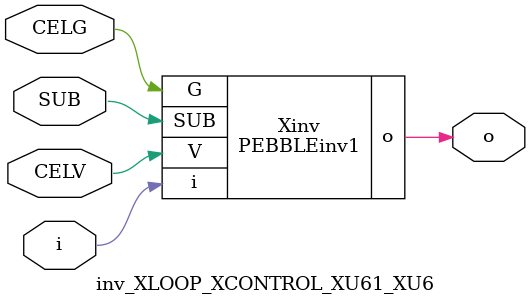
<source format=v>



module PEBBLEinv1 ( o, G, SUB, V, i );

  input V;
  input i;
  input G;
  output o;
  input SUB;
endmodule

//Celera Confidential Do Not Copy inv_XLOOP_XCONTROL_XU61_XU6
//Celera Confidential Symbol Generator
//5V Inverter
module inv_XLOOP_XCONTROL_XU61_XU6 (CELV,CELG,i,o,SUB);
input CELV;
input CELG;
input i;
input SUB;
output o;

//Celera Confidential Do Not Copy inv
PEBBLEinv1 Xinv(
.V (CELV),
.i (i),
.o (o),
.SUB (SUB),
.G (CELG)
);
//,diesize,PEBBLEinv1

//Celera Confidential Do Not Copy Module End
//Celera Schematic Generator
endmodule

</source>
